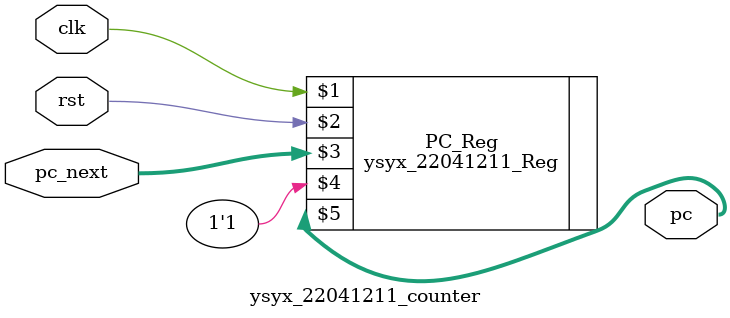
<source format=v>
/*************************************************************************
	> File Name: ysyx_22041211_counter.v
	> Author: Chelsea
	> Mail: 1938166340@qq.com 
	> Created Time: 2023年08月05日 星期六 22时12分23秒
 ************************************************************************/

module ysyx_22041211_counter #(parameter ADDR_LEN = 32,RESET_VAL = 32'h80000000)(
	input								clk		,
	input								rst		,
	input	[ADDR_LEN - 1:0]			pc_next	,
	// input	[ADDR_LEN - 1:0]			ce		,
	output	[ADDR_LEN - 1:0]			pc
);
	ysyx_22041211_Reg #(ADDR_LEN, RESET_VAL) PC_Reg (clk,rst,pc_next,1'b1,pc);

endmodule

</source>
